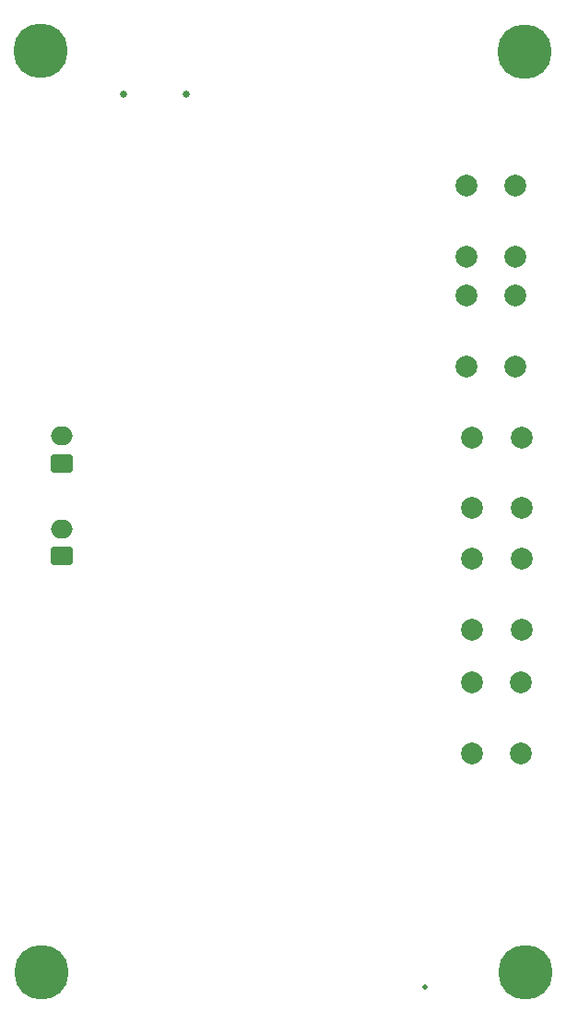
<source format=gbr>
%TF.GenerationSoftware,KiCad,Pcbnew,9.0.5*%
%TF.CreationDate,2025-10-20T11:06:54+01:00*%
%TF.ProjectId,Sound Capture,536f756e-6420-4436-9170-747572652e6b,rev?*%
%TF.SameCoordinates,Original*%
%TF.FileFunction,Soldermask,Bot*%
%TF.FilePolarity,Negative*%
%FSLAX46Y46*%
G04 Gerber Fmt 4.6, Leading zero omitted, Abs format (unit mm)*
G04 Created by KiCad (PCBNEW 9.0.5) date 2025-10-20 11:06:54*
%MOMM*%
%LPD*%
G01*
G04 APERTURE LIST*
G04 Aperture macros list*
%AMRoundRect*
0 Rectangle with rounded corners*
0 $1 Rounding radius*
0 $2 $3 $4 $5 $6 $7 $8 $9 X,Y pos of 4 corners*
0 Add a 4 corners polygon primitive as box body*
4,1,4,$2,$3,$4,$5,$6,$7,$8,$9,$2,$3,0*
0 Add four circle primitives for the rounded corners*
1,1,$1+$1,$2,$3*
1,1,$1+$1,$4,$5*
1,1,$1+$1,$6,$7*
1,1,$1+$1,$8,$9*
0 Add four rect primitives between the rounded corners*
20,1,$1+$1,$2,$3,$4,$5,0*
20,1,$1+$1,$4,$5,$6,$7,0*
20,1,$1+$1,$6,$7,$8,$9,0*
20,1,$1+$1,$8,$9,$2,$3,0*%
G04 Aperture macros list end*
%ADD10C,2.000000*%
%ADD11O,2.000000X1.700000*%
%ADD12RoundRect,0.250000X0.750000X-0.600000X0.750000X0.600000X-0.750000X0.600000X-0.750000X-0.600000X0*%
%ADD13C,5.000000*%
%ADD14C,0.650000*%
%ADD15C,0.500000*%
G04 APERTURE END LIST*
D10*
%TO.C,SW5*%
X95068000Y-85902800D03*
X95068000Y-79402800D03*
X99568000Y-85902800D03*
X99568000Y-79402800D03*
%TD*%
D11*
%TO.C,J3*%
X57353200Y-79288000D03*
D12*
X57353200Y-81788000D03*
%TD*%
D13*
%TO.C,H4*%
X55424696Y-43994696D03*
%TD*%
%TO.C,H3*%
X55473600Y-128447800D03*
%TD*%
%TO.C,H2*%
X99932935Y-128457135D03*
%TD*%
%TO.C,H1*%
X99898200Y-44018200D03*
%TD*%
D14*
%TO.C,USB1*%
X68792600Y-47909800D03*
X63012600Y-47909800D03*
%TD*%
D10*
%TO.C,SW4*%
X94534600Y-72870200D03*
X94534600Y-66370200D03*
X99034600Y-72870200D03*
X99034600Y-66370200D03*
%TD*%
%TO.C,SW3*%
X94547600Y-62814800D03*
X94547600Y-56314800D03*
X99047600Y-62814800D03*
X99047600Y-56314800D03*
%TD*%
%TO.C,SW2*%
X95072200Y-97051000D03*
X95072200Y-90551000D03*
X99572200Y-97051000D03*
X99572200Y-90551000D03*
%TD*%
%TO.C,SW1*%
X95021400Y-108354000D03*
X95021400Y-101854000D03*
X99521400Y-108354000D03*
X99521400Y-101854000D03*
%TD*%
D15*
%TO.C,MK1*%
X90703400Y-129839400D03*
%TD*%
D12*
%TO.C,J2*%
X57336200Y-90302400D03*
D11*
X57336200Y-87802400D03*
%TD*%
M02*

</source>
